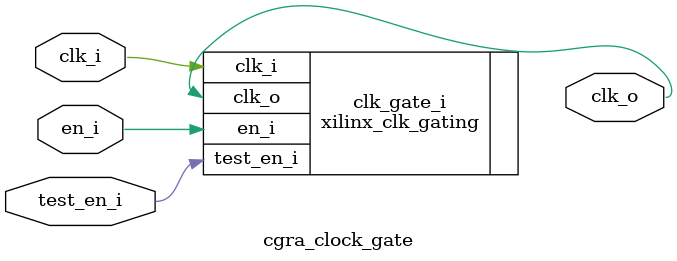
<source format=sv>

module cgra_clock_gate
(
  input  logic clk_i,
  input  logic test_en_i,
  input  logic en_i,
  output logic clk_o
);

    xilinx_clk_gating clk_gate_i (
        .clk_i,
        .en_i,
        .test_en_i,
        .clk_o
    );

endmodule
</source>
